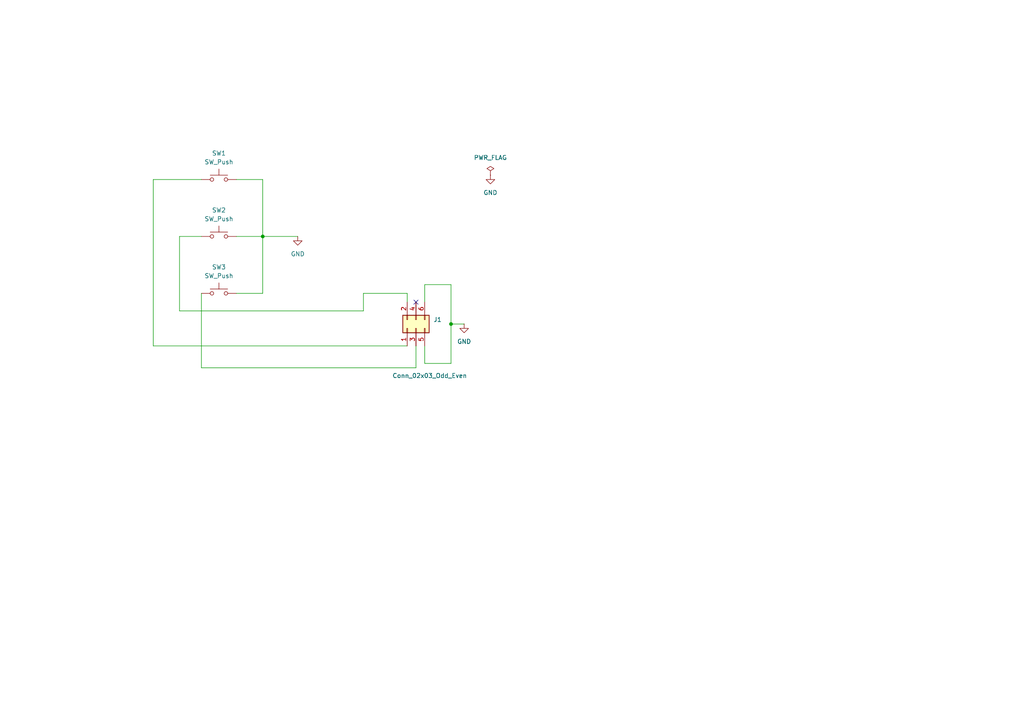
<source format=kicad_sch>
(kicad_sch (version 20231120) (generator "eeschema") (generator_version "8.0")
  (paper "A4")
  (lib_symbols
    (symbol "Connector_Generic:Conn_02x03_Odd_Even" (pin_names (offset 1.016) hide)
      (property "Reference" "J" (at 1.27 5.08 0))
      (property "Value" "Conn_02x03_Odd_Even" (at 1.27 -5.08 0))
      (symbol "Conn_02x03_Odd_Even_1_1"
        (rectangle (start -1.27 -2.413) (end 0 -2.667) (stroke (width 0.1524)))
        (rectangle (start -1.27 0.127) (end 0 -0.127) (stroke (width 0.1524)))
        (rectangle (start -1.27 2.667) (end 0 2.413) (stroke (width 0.1524)))
        (rectangle (start -1.27 3.81) (end 3.81 -3.81) (stroke (width 0.254)) (fill (type background)))
        (rectangle (start 3.81 -2.413) (end 2.54 -2.667) (stroke (width 0.1524)))
        (rectangle (start 3.81 0.127) (end 2.54 -0.127) (stroke (width 0.1524)))
        (rectangle (start 3.81 2.667) (end 2.54 2.413) (stroke (width 0.1524)))
        (pin passive line (at -5.08 2.54 0) (length 3.81) (name "Pin_1") (number "1"))
        (pin passive line (at 7.62 2.54 180) (length 3.81) (name "Pin_2") (number "2"))
        (pin passive line (at -5.08 0 0) (length 3.81) (name "Pin_3") (number "3"))
        (pin passive line (at 7.62 0 180) (length 3.81) (name "Pin_4") (number "4"))
        (pin passive line (at -5.08 -2.54 0) (length 3.81) (name "Pin_5") (number "5"))
        (pin passive line (at 7.62 -2.54 180) (length 3.81) (name "Pin_6") (number "6"))
      )
    )
    (symbol "Switch:SW_Push" (pin_numbers hide) (pin_names (offset 1.016) hide)
      (property "Reference" "SW" (at 1.27 2.54 0))
      (property "Value" "SW_Push" (at 0 -1.524 0))
      (symbol "SW_Push_0_1"
        (circle (center -2.032 0) (radius 0.508))
        (polyline (pts (xy 0 1.27) (xy 0 3.048)))
        (polyline (pts (xy 2.54 1.27) (xy -2.54 1.27)))
        (circle (center 2.032 0) (radius 0.508))
        (pin passive line (at -5.08 0 0) (length 2.54) (name "1") (number "1"))
        (pin passive line (at 5.08 0 180) (length 2.54) (name "2") (number "2"))
      )
    )
    (symbol "power:GND" (power) (pin_numbers hide) (pin_names (offset 0) hide)
      (property "Value" "GND" (at 0 -3.81 0))
      (symbol "GND_0_1"
        (polyline (pts (xy 0 0) (xy 0 -1.27) (xy 1.27 -1.27) (xy 0 -2.54) (xy -1.27 -1.27) (xy 0 -1.27)))
      )
      (symbol "GND_1_1"
        (pin power_in line (at 0 0 270) (length 0) (name "~") (number "1"))
      )
    )
    (symbol "power:PWR_FLAG" (power) (pin_numbers hide) (pin_names (offset 0) hide)
      (property "Value" "PWR_FLAG" (at 0 3.81 0))
      (symbol "PWR_FLAG_0_0"
        (pin power_out line (at 0 0 90) (length 0) (name "~") (number "1"))
      )
      (symbol "PWR_FLAG_0_1"
        (polyline (pts (xy 0 0) (xy 0 1.27) (xy -1.016 1.905) (xy 0 2.54) (xy 1.016 1.905) (xy 0 1.27)))
      )
    )
  )
  (junction (at 76.2 68.58))
  (junction (at 130.81 93.98))
  (no_connect (at 120.65 87.63))
  (wire (pts (xy 118.11 85.09) (xy 118.11 87.63)))
  (wire (pts (xy 68.58 52.07) (xy 76.2 52.07)))
  (wire (pts (xy 130.81 82.55) (xy 130.81 93.98)))
  (wire (pts (xy 130.81 93.98) (xy 134.62 93.98)))
  (wire (pts (xy 105.41 90.17) (xy 105.41 85.09)))
  (wire (pts (xy 68.58 85.09) (xy 76.2 85.09)))
  (wire (pts (xy 68.58 68.58) (xy 76.2 68.58)))
  (wire (pts (xy 130.81 105.41) (xy 123.19 105.41)))
  (wire (pts (xy 123.19 100.33) (xy 123.19 105.41)))
  (wire (pts (xy 76.2 52.07) (xy 76.2 68.58)))
  (wire (pts (xy 58.42 68.58) (xy 52.07 68.58)))
  (wire (pts (xy 58.42 52.07) (xy 44.45 52.07)))
  (wire (pts (xy 120.65 100.33) (xy 120.65 106.68)))
  (wire (pts (xy 76.2 68.58) (xy 86.36 68.58)))
  (wire (pts (xy 105.41 85.09) (xy 118.11 85.09)))
  (wire (pts (xy 44.45 52.07) (xy 44.45 100.33)))
  (wire (pts (xy 130.81 93.98) (xy 130.81 105.41)))
  (wire (pts (xy 76.2 68.58) (xy 76.2 85.09)))
  (wire (pts (xy 123.19 82.55) (xy 130.81 82.55)))
  (wire (pts (xy 52.07 90.17) (xy 105.41 90.17)))
  (wire (pts (xy 123.19 87.63) (xy 123.19 82.55)))
  (wire (pts (xy 52.07 68.58) (xy 52.07 90.17)))
  (wire (pts (xy 44.45 100.33) (xy 118.11 100.33)))
  (wire (pts (xy 58.42 85.09) (xy 58.42 106.68)))
  (wire (pts (xy 58.42 106.68) (xy 120.65 106.68)))
  (symbol (lib_id "Connector_Generic:Conn_02x03_Odd_Even") (at 120.65 95.25 90) (unit 1)
    (property "Reference" "J1" (at 125.73 92.7099 90) (effects (justify right)))
    (property "Value" "Conn_02x03_Odd_Even" (at 113.792 108.966 90) (effects (justify right)))
    (property "Footprint" "Connector_PinHeader_2.54mm:PinHeader_2x03_P2.54mm_Horizontal" (effects (hide yes)))
    (property "Description" "Generic connector, double row, 02x03, odd/even pin numbering scheme (row 1 odd numbers, row 2 even numbers), script generated (kicad-library-utils/schlib/autogen/connector/)" (effects (hide yes)))
  )
  (symbol (lib_id "power:GND") (at 142.24 50.8 0) (unit 1)
    (property "Reference" "#PWR1" (effects (hide yes)))
    (property "Value" "GND" (at 142.24 55.88 0))
    (property "Description" "Power symbol creates a global label with name \"GND\" , ground" (effects (hide yes)))
  )
  (symbol (lib_id "Switch:SW_Push") (at 63.5 52.07 0) (unit 1)
    (property "Reference" "SW1" (at 63.5 44.45 0))
    (property "Value" "SW_Push" (at 63.5 46.99 0))
    (property "Footprint" "Button_Switch_THT:SW_PUSH_6mm" (effects (hide yes)))
    (property "Description" "Push button switch, generic, two pins" (effects (hide yes)))
  )
  (symbol (lib_id "Switch:SW_Push") (at 63.5 85.09 0) (unit 1)
    (property "Reference" "SW3" (at 63.5 77.47 0))
    (property "Value" "SW_Push" (at 63.5 80.01 0))
    (property "Footprint" "Button_Switch_THT:SW_PUSH_6mm" (effects (hide yes)))
    (property "Description" "Push button switch, generic, two pins" (effects (hide yes)))
  )
  (symbol (lib_id "power:PWR_FLAG") (at 142.24 50.8 0) (unit 1)
    (property "Reference" "#FLG1" (effects (hide yes)))
    (property "Value" "PWR_FLAG" (at 142.24 45.72 0))
    (property "Description" "Special symbol for telling ERC where power comes from" (effects (hide yes)))
  )
  (symbol (lib_id "power:GND") (at 134.62 93.98 0) (unit 1)
    (property "Reference" "#PWR3" (effects (hide yes)))
    (property "Value" "GND" (at 134.62 99.06 0))
    (property "Description" "Power symbol creates a global label with name \"GND\" , ground" (effects (hide yes)))
  )
  (symbol (lib_id "power:GND") (at 86.36 68.58 0) (unit 1)
    (property "Reference" "#PWR2" (effects (hide yes)))
    (property "Value" "GND" (at 86.36 73.66 0))
    (property "Description" "Power symbol creates a global label with name \"GND\" , ground" (effects (hide yes)))
  )
  (symbol (lib_id "Switch:SW_Push") (at 63.5 68.58 0) (unit 1)
    (property "Reference" "SW2" (at 63.5 60.96 0))
    (property "Value" "SW_Push" (at 63.5 63.5 0))
    (property "Footprint" "Button_Switch_THT:SW_PUSH_6mm" (effects (hide yes)))
    (property "Description" "Push button switch, generic, two pins" (effects (hide yes)))
  )
)
</source>
